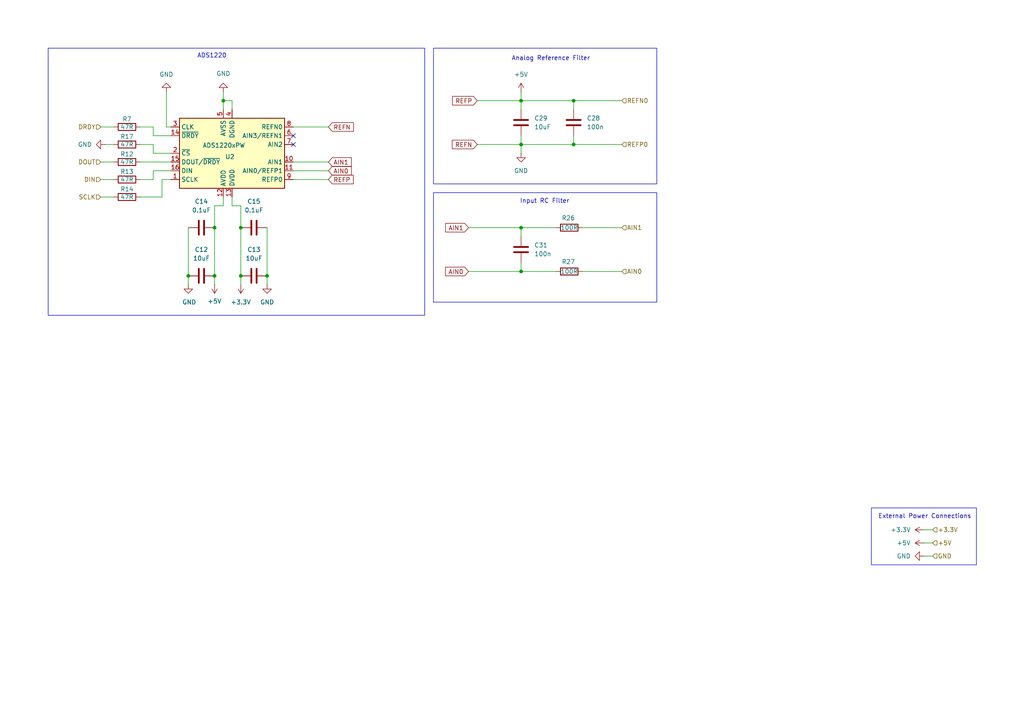
<source format=kicad_sch>
(kicad_sch (version 20231120) (generator "eeschema") (generator_version "8.0")
  (paper "A4")
  (lib_symbols
    (symbol "Analog_ADC:ADS1220xPW"
      (property "Reference" "U" (at -15.24 11.43 0))
      (property "Value" "ADS1220xPW" (at 6.35 11.43 0))
      (symbol "ADS1220xPW_0_1"
        (rectangle (start -15.24 10.16) (end 15.24 -10.16) (stroke (width 0.254)) (fill (type background)))
      )
      (symbol "ADS1220xPW_1_1"
        (pin input line (at 17.78 7.62 180) (length 2.54) (name "SCLK") (number "1"))
        (pin input line (at -17.78 2.54 0) (length 2.54) (name "AIN1") (number "10"))
        (pin input line (at -17.78 5.08 0) (length 2.54) (name "AIN0/REFP1") (number "11"))
        (pin power_in line (at 2.54 12.7 270) (length 2.54) (name "AVDD") (number "12"))
        (pin power_in line (at 0 12.7 270) (length 2.54) (name "DVDD") (number "13"))
        (pin output line (at 17.78 -5.08 180) (length 2.54) (name "~{DRDY}") (number "14"))
        (pin output line (at 17.78 2.54 180) (length 2.54) (name "DOUT/~{DRDY}") (number "15"))
        (pin input line (at 17.78 5.08 180) (length 2.54) (name "DIN") (number "16"))
        (pin input line (at 17.78 0 180) (length 2.54) (name "~{CS}") (number "2"))
        (pin input line (at 17.78 -7.62 180) (length 2.54) (name "CLK") (number "3"))
        (pin power_in line (at 0 -12.7 90) (length 2.54) (name "DGND") (number "4"))
        (pin power_in line (at 2.54 -12.7 90) (length 2.54) (name "AVSS") (number "5"))
        (pin input line (at -17.78 -5.08 0) (length 2.54) (name "AIN3/REFN1") (number "6"))
        (pin input line (at -17.78 -2.54 0) (length 2.54) (name "AIN2") (number "7"))
        (pin input line (at -17.78 -7.62 0) (length 2.54) (name "REFN0") (number "8"))
        (pin input line (at -17.78 7.62 0) (length 2.54) (name "REFP0") (number "9"))
      )
    )
    (symbol "Device:C" (pin_numbers hide) (pin_names (offset 0.254))
      (property "Reference" "C" (at 0.635 2.54 0))
      (property "Value" "C" (at 0.635 -2.54 0))
      (symbol "C_0_1"
        (polyline (pts (xy -2.032 -0.762) (xy 2.032 -0.762)) (stroke (width 0.508)))
        (polyline (pts (xy -2.032 0.762) (xy 2.032 0.762)) (stroke (width 0.508)))
      )
      (symbol "C_1_1"
        (pin passive line (at 0 3.81 270) (length 2.794) (name "~") (number "1"))
        (pin passive line (at 0 -3.81 90) (length 2.794) (name "~") (number "2"))
      )
    )
    (symbol "Device:R" (pin_numbers hide) (pin_names (offset 0))
      (property "Reference" "R" (at 2.032 0 90))
      (property "Value" "R" (at 0 0 90))
      (symbol "R_0_1"
        (rectangle (start -1.016 -2.54) (end 1.016 2.54) (stroke (width 0.254)))
      )
      (symbol "R_1_1"
        (pin passive line (at 0 3.81 270) (length 1.27) (name "~") (number "1"))
        (pin passive line (at 0 -3.81 90) (length 1.27) (name "~") (number "2"))
      )
    )
    (symbol "power:+5V" (power) (pin_numbers hide) (pin_names (offset 0) hide)
      (property "Value" "+5V" (at 0 3.556 0))
      (symbol "+5V_0_1"
        (polyline (pts (xy -0.762 1.27) (xy 0 2.54)))
        (polyline (pts (xy 0 0) (xy 0 2.54)))
        (polyline (pts (xy 0 2.54) (xy 0.762 1.27)))
      )
      (symbol "+5V_1_1"
        (pin power_in line (at 0 0 90) (length 0) (name "~") (number "1"))
      )
    )
    (symbol "power:GND" (power) (pin_numbers hide) (pin_names (offset 0) hide)
      (property "Value" "GND" (at 0 -3.81 0))
      (symbol "GND_0_1"
        (polyline (pts (xy 0 0) (xy 0 -1.27) (xy 1.27 -1.27) (xy 0 -2.54) (xy -1.27 -1.27) (xy 0 -1.27)))
      )
      (symbol "GND_1_1"
        (pin power_in line (at 0 0 270) (length 0) (name "~") (number "1"))
      )
    )
  )
  (junction (at 166.37 41.91))
  (junction (at 151.13 41.91))
  (junction (at 62.23 80.01))
  (junction (at 77.47 80.01))
  (junction (at 54.61 80.01))
  (junction (at 166.37 29.21))
  (junction (at 151.13 29.21))
  (junction (at 69.85 66.04))
  (junction (at 151.13 66.04))
  (junction (at 62.23 66.04))
  (junction (at 64.77 29.21))
  (junction (at 151.13 78.74))
  (junction (at 69.85 80.01))
  (no_connect (at 85.09 39.37))
  (no_connect (at 85.09 41.91))
  (wire (pts (xy 95.25 46.99) (xy 85.09 46.99)))
  (wire (pts (xy 151.13 66.04) (xy 161.29 66.04)))
  (wire (pts (xy 67.31 29.21) (xy 67.31 31.75)))
  (wire (pts (xy 30.48 41.91) (xy 33.02 41.91)))
  (wire (pts (xy 166.37 39.37) (xy 166.37 41.91)))
  (wire (pts (xy 85.09 52.07) (xy 95.25 52.07)))
  (wire (pts (xy 85.09 36.83) (xy 95.25 36.83)))
  (wire (pts (xy 40.64 52.07) (xy 44.45 52.07)))
  (wire (pts (xy 40.64 46.99) (xy 49.53 46.99)))
  (wire (pts (xy 29.21 46.99) (xy 33.02 46.99)))
  (wire (pts (xy 67.31 29.21) (xy 64.77 29.21)))
  (wire (pts (xy 270.51 157.48) (xy 267.97 157.48)))
  (wire (pts (xy 138.43 41.91) (xy 151.13 41.91)))
  (wire (pts (xy 168.91 66.04) (xy 180.34 66.04)))
  (wire (pts (xy 267.97 153.67) (xy 270.51 153.67)))
  (wire (pts (xy 69.85 59.69) (xy 69.85 66.04)))
  (wire (pts (xy 151.13 78.74) (xy 161.29 78.74)))
  (wire (pts (xy 151.13 41.91) (xy 166.37 41.91)))
  (wire (pts (xy 69.85 59.69) (xy 67.31 59.69)))
  (wire (pts (xy 77.47 82.55) (xy 77.47 80.01)))
  (wire (pts (xy 151.13 76.2) (xy 151.13 78.74)))
  (wire (pts (xy 62.23 66.04) (xy 62.23 80.01)))
  (wire (pts (xy 168.91 78.74) (xy 180.34 78.74)))
  (wire (pts (xy 270.51 161.29) (xy 267.97 161.29)))
  (wire (pts (xy 40.64 41.91) (xy 44.45 41.91)))
  (wire (pts (xy 151.13 66.04) (xy 151.13 68.58)))
  (wire (pts (xy 64.77 29.21) (xy 64.77 31.75)))
  (wire (pts (xy 54.61 66.04) (xy 54.61 80.01)))
  (wire (pts (xy 135.89 78.74) (xy 151.13 78.74)))
  (wire (pts (xy 29.21 52.07) (xy 33.02 52.07)))
  (wire (pts (xy 48.26 36.83) (xy 49.53 36.83)))
  (wire (pts (xy 151.13 29.21) (xy 151.13 31.75)))
  (wire (pts (xy 44.45 36.83) (xy 44.45 39.37)))
  (wire (pts (xy 138.43 29.21) (xy 151.13 29.21)))
  (wire (pts (xy 135.89 66.04) (xy 151.13 66.04)))
  (wire (pts (xy 62.23 59.69) (xy 64.77 59.69)))
  (wire (pts (xy 151.13 39.37) (xy 151.13 41.91)))
  (wire (pts (xy 48.26 26.67) (xy 48.26 36.83)))
  (wire (pts (xy 44.45 41.91) (xy 44.45 44.45)))
  (wire (pts (xy 67.31 59.69) (xy 67.31 57.15)))
  (wire (pts (xy 166.37 29.21) (xy 180.34 29.21)))
  (wire (pts (xy 166.37 29.21) (xy 166.37 31.75)))
  (wire (pts (xy 151.13 29.21) (xy 166.37 29.21)))
  (wire (pts (xy 44.45 39.37) (xy 49.53 39.37)))
  (wire (pts (xy 44.45 36.83) (xy 40.64 36.83)))
  (wire (pts (xy 95.25 49.53) (xy 85.09 49.53)))
  (wire (pts (xy 69.85 82.55) (xy 69.85 80.01)))
  (wire (pts (xy 29.21 57.15) (xy 33.02 57.15)))
  (wire (pts (xy 54.61 82.55) (xy 54.61 80.01)))
  (wire (pts (xy 44.45 44.45) (xy 49.53 44.45)))
  (wire (pts (xy 62.23 59.69) (xy 62.23 66.04)))
  (wire (pts (xy 46.99 52.07) (xy 46.99 57.15)))
  (wire (pts (xy 64.77 26.67) (xy 64.77 29.21)))
  (wire (pts (xy 166.37 41.91) (xy 180.34 41.91)))
  (wire (pts (xy 151.13 44.45) (xy 151.13 41.91)))
  (wire (pts (xy 77.47 66.04) (xy 77.47 80.01)))
  (wire (pts (xy 44.45 49.53) (xy 49.53 49.53)))
  (wire (pts (xy 62.23 82.55) (xy 62.23 80.01)))
  (wire (pts (xy 33.02 36.83) (xy 29.21 36.83)))
  (wire (pts (xy 151.13 26.67) (xy 151.13 29.21)))
  (wire (pts (xy 40.64 57.15) (xy 46.99 57.15)))
  (wire (pts (xy 69.85 66.04) (xy 69.85 80.01)))
  (wire (pts (xy 44.45 52.07) (xy 44.45 49.53)))
  (wire (pts (xy 64.77 59.69) (xy 64.77 57.15)))
  (wire (pts (xy 46.99 52.07) (xy 49.53 52.07)))
  (rectangle (start 252.73 147.32) (end 283.21 163.83))
  (rectangle (start 125.73 55.88) (end 190.5 87.63))
  (rectangle (start 13.97 13.97) (end 123.19 91.44))
  (rectangle (start 125.73 13.97) (end 190.5 53.34))
  (text "ADS1220" (at 61.468 16.256 0) (effects (font (size 1.27 1.27))))
  (text "Analog Reference Filter" (at 159.766 17.018 0) (effects (font (size 1.27 1.27))))
  (text "Input RC Filter" (at 157.988 58.42 0) (effects (font (size 1.27 1.27))))
  (text "External Power Connections" (at 268.224 149.86 0) (effects (font (size 1.27 1.27))))
  (global_label "AIN0" (shape input) (at 95.25 49.53 0) (property "Intersheetrefs" "${INTERSHEET_REFS}" (effects (hide yes))))
  (global_label "REFP" (shape input) (at 95.25 52.07 0) (property "Intersheetrefs" "${INTERSHEET_REFS}" (effects (hide yes))))
  (global_label "REFN" (shape input) (at 138.43 41.91 180) (property "Intersheetrefs" "${INTERSHEET_REFS}" (effects (hide yes))))
  (global_label "AIN1" (shape input) (at 95.25 46.99 0) (property "Intersheetrefs" "${INTERSHEET_REFS}" (effects (hide yes))))
  (global_label "REFN" (shape input) (at 95.25 36.83 0) (property "Intersheetrefs" "${INTERSHEET_REFS}" (effects (hide yes))))
  (global_label "AIN0" (shape input) (at 135.89 78.74 180) (property "Intersheetrefs" "${INTERSHEET_REFS}" (effects (hide yes))))
  (global_label "REFP" (shape input) (at 138.43 29.21 180) (property "Intersheetrefs" "${INTERSHEET_REFS}" (effects (hide yes))))
  (global_label "AIN1" (shape input) (at 135.89 66.04 180) (property "Intersheetrefs" "${INTERSHEET_REFS}" (effects (hide yes))))
  (hierarchical_label "REFP0" (shape input) (at 180.34 41.91 0))
  (hierarchical_label "SCLK" (shape input) (at 29.21 57.15 180))
  (hierarchical_label "REFN0" (shape input) (at 180.34 29.21 0))
  (hierarchical_label "+5V" (shape input) (at 270.51 157.48 0))
  (hierarchical_label "DOUT" (shape input) (at 29.21 46.99 180))
  (hierarchical_label "+3.3V" (shape input) (at 270.51 153.67 0))
  (hierarchical_label "AIN1" (shape input) (at 180.34 66.04 0))
  (hierarchical_label "AIN0" (shape input) (at 180.34 78.74 0))
  (hierarchical_label "DIN" (shape input) (at 29.21 52.07 180))
  (hierarchical_label "DRDY" (shape input) (at 29.21 36.83 180))
  (hierarchical_label "GND" (shape input) (at 270.51 161.29 0))
  (symbol (lib_id "power:GND") (at 77.47 82.55 0) (unit 1)
    (property "Reference" "#PWR052" (effects (hide yes)))
    (property "Value" "GND" (at 77.47 87.63 0))
    (property "Description" "Power symbol creates a global label with name \"GND\" , ground" (effects (hide yes)))
  )
  (symbol (lib_id "Device:C") (at 151.13 35.56 0) (unit 1)
    (property "Reference" "C29" (at 154.94 34.2899 0) (effects (justify left)))
    (property "Value" "10uF" (at 154.94 36.8299 0) (effects (justify left)))
    (property "Footprint" "Capacitor_SMD:C_0805_2012Metric_Pad1.18x1.45mm_HandSolder" (effects (hide yes)))
    (property "Description" "Unpolarized capacitor" (effects (hide yes)))
  )
  (symbol (lib_id "power:GND") (at 54.61 82.55 0) (unit 1)
    (property "Reference" "#PWR053" (effects (hide yes)))
    (property "Value" "GND" (at 52.832 87.63 0) (effects (justify left)))
    (property "Description" "Power symbol creates a global label with name \"GND\" , ground" (effects (hide yes)))
  )
  (symbol (lib_id "Device:R") (at 36.83 52.07 90) (unit 1)
    (property "Reference" "R13" (at 36.83 49.784 90))
    (property "Value" "47R" (at 36.83 52.07 90))
    (property "Footprint" "Resistor_SMD:R_0805_2012Metric_Pad1.20x1.40mm_HandSolder" (effects (hide yes)))
    (property "Description" "Resistor" (effects (hide yes)))
  )
  (symbol (lib_id "power:GND") (at 267.97 161.29 270) (unit 1)
    (property "Reference" "#PWR048" (effects (hide yes)))
    (property "Value" "GND" (at 264.16 161.2899 90) (effects (justify right)))
    (property "Description" "Power symbol creates a global label with name \"GND\" , ground" (effects (hide yes)))
  )
  (symbol (lib_id "Device:R") (at 165.1 66.04 90) (unit 1)
    (property "Reference" "R26" (at 164.846 63.246 90))
    (property "Value" "100R" (at 165.1 66.04 90))
    (property "Footprint" "Resistor_SMD:R_0805_2012Metric_Pad1.20x1.40mm_HandSolder" (effects (hide yes)))
    (property "Description" "Resistor" (effects (hide yes)))
  )
  (symbol (lib_id "power:+5V") (at 151.13 26.67 0) (unit 1)
    (property "Reference" "#PWR049" (effects (hide yes)))
    (property "Value" "+5V" (at 151.13 21.59 0))
    (property "Description" "Power symbol creates a global label with name \"+5V\"" (effects (hide yes)))
  )
  (symbol (lib_id "Device:C") (at 166.37 35.56 0) (unit 1)
    (property "Reference" "C28" (at 170.18 34.2899 0) (effects (justify left)))
    (property "Value" "100n" (at 170.18 36.8299 0) (effects (justify left)))
    (property "Footprint" "Capacitor_SMD:C_0805_2012Metric_Pad1.18x1.45mm_HandSolder" (effects (hide yes)))
    (property "Description" "Unpolarized capacitor" (effects (hide yes)))
  )
  (symbol (lib_id "power:GND") (at 48.26 26.67 180) (unit 1)
    (property "Reference" "#PWR056" (effects (hide yes)))
    (property "Value" "GND" (at 48.26 21.59 0))
    (property "Description" "Power symbol creates a global label with name \"GND\" , ground" (effects (hide yes)))
  )
  (symbol (lib_id "power:GND") (at 151.13 44.45 0) (unit 1)
    (property "Reference" "#PWR050" (effects (hide yes)))
    (property "Value" "GND" (at 151.13 49.53 0))
    (property "Description" "Power symbol creates a global label with name \"GND\" , ground" (effects (hide yes)))
  )
  (symbol (lib_id "power:+5V") (at 69.85 82.55 180) (unit 1)
    (property "Reference" "#PWR051" (effects (hide yes)))
    (property "Value" "+3.3V" (at 69.85 87.63 0))
    (property "Description" "Power symbol creates a global label with name \"+5V\"" (effects (hide yes)))
  )
  (symbol (lib_id "Device:C") (at 151.13 72.39 0) (unit 1)
    (property "Reference" "C31" (at 154.94 71.1199 0) (effects (justify left)))
    (property "Value" "100n" (at 154.94 73.6599 0) (effects (justify left)))
    (property "Footprint" "Capacitor_SMD:C_0805_2012Metric_Pad1.18x1.45mm_HandSolder" (effects (hide yes)))
    (property "Description" "Unpolarized capacitor" (effects (hide yes)))
  )
  (symbol (lib_id "Device:C") (at 73.66 66.04 90) (unit 1)
    (property "Reference" "C15" (at 73.66 58.42 90))
    (property "Value" "0.1uF" (at 73.66 60.96 90))
    (property "Footprint" "Capacitor_SMD:C_0805_2012Metric_Pad1.18x1.45mm_HandSolder" (effects (hide yes)))
    (property "Description" "Unpolarized capacitor" (effects (hide yes)))
  )
  (symbol (lib_id "Device:R") (at 36.83 41.91 90) (unit 1)
    (property "Reference" "R17" (at 36.83 39.624 90))
    (property "Value" "47R" (at 36.83 41.91 90))
    (property "Footprint" "Resistor_SMD:R_0805_2012Metric_Pad1.20x1.40mm_HandSolder" (effects (hide yes)))
    (property "Description" "Resistor" (effects (hide yes)))
  )
  (symbol (lib_id "power:GND") (at 30.48 41.91 270) (unit 1)
    (property "Reference" "#PWR059" (effects (hide yes)))
    (property "Value" "GND" (at 26.67 41.9099 90) (effects (justify right)))
    (property "Description" "Power symbol creates a global label with name \"GND\" , ground" (effects (hide yes)))
  )
  (symbol (lib_id "power:+5V") (at 62.23 82.55 180) (unit 1)
    (property "Reference" "#PWR054" (effects (hide yes)))
    (property "Value" "+5V" (at 62.23 87.376 0))
    (property "Description" "Power symbol creates a global label with name \"+5V\"" (effects (hide yes)))
  )
  (symbol (lib_id "Device:C") (at 58.42 66.04 90) (unit 1)
    (property "Reference" "C14" (at 58.42 58.42 90))
    (property "Value" "0.1uF" (at 58.42 60.96 90))
    (property "Footprint" "Capacitor_SMD:C_0805_2012Metric_Pad1.18x1.45mm_HandSolder" (effects (hide yes)))
    (property "Description" "Unpolarized capacitor" (effects (hide yes)))
  )
  (symbol (lib_id "power:+5V") (at 267.97 157.48 90) (unit 1)
    (property "Reference" "#PWR047" (effects (hide yes)))
    (property "Value" "+5V" (at 264.16 157.4799 90) (effects (justify left)))
    (property "Description" "Power symbol creates a global label with name \"+5V\"" (effects (hide yes)))
  )
  (symbol (lib_id "Device:R") (at 36.83 36.83 90) (unit 1)
    (property "Reference" "R7" (at 36.83 34.544 90))
    (property "Value" "47R" (at 36.83 36.83 90))
    (property "Footprint" "Resistor_SMD:R_0805_2012Metric_Pad1.20x1.40mm_HandSolder" (effects (hide yes)))
    (property "Description" "Resistor" (effects (hide yes)))
  )
  (symbol (lib_id "Device:R") (at 36.83 57.15 90) (unit 1)
    (property "Reference" "R14" (at 36.83 54.864 90))
    (property "Value" "47R" (at 36.83 57.15 90))
    (property "Footprint" "Resistor_SMD:R_0805_2012Metric_Pad1.20x1.40mm_HandSolder" (effects (hide yes)))
    (property "Description" "Resistor" (effects (hide yes)))
  )
  (symbol (lib_id "Device:C") (at 73.66 80.01 90) (unit 1)
    (property "Reference" "C13" (at 73.66 72.39 90))
    (property "Value" "10uF" (at 73.66 74.93 90))
    (property "Footprint" "Capacitor_SMD:C_0805_2012Metric_Pad1.18x1.45mm_HandSolder" (effects (hide yes)))
    (property "Description" "Unpolarized capacitor" (effects (hide yes)))
  )
  (symbol (lib_id "power:GND") (at 64.77 26.67 180) (unit 1)
    (property "Reference" "#PWR055" (effects (hide yes)))
    (property "Value" "GND" (at 62.738 21.336 0) (effects (justify right)))
    (property "Description" "Power symbol creates a global label with name \"GND\" , ground" (effects (hide yes)))
  )
  (symbol (lib_id "Device:C") (at 58.42 80.01 90) (unit 1)
    (property "Reference" "C12" (at 58.42 72.39 90))
    (property "Value" "10uF" (at 58.42 74.93 90))
    (property "Footprint" "Capacitor_SMD:C_0805_2012Metric_Pad1.18x1.45mm_HandSolder" (effects (hide yes)))
    (property "Description" "Unpolarized capacitor" (effects (hide yes)))
  )
  (symbol (lib_id "Device:R") (at 36.83 46.99 90) (unit 1)
    (property "Reference" "R12" (at 36.83 44.704 90))
    (property "Value" "47R" (at 36.83 46.99 90))
    (property "Footprint" "Resistor_SMD:R_0805_2012Metric_Pad1.20x1.40mm_HandSolder" (effects (hide yes)))
    (property "Description" "Resistor" (effects (hide yes)))
  )
  (symbol (lib_id "power:+5V") (at 267.97 153.67 90) (unit 1)
    (property "Reference" "#PWR057" (effects (hide yes)))
    (property "Value" "+3.3V" (at 264.16 153.6699 90) (effects (justify left)))
    (property "Description" "Power symbol creates a global label with name \"+5V\"" (effects (hide yes)))
  )
  (symbol (lib_id "Analog_ADC:ADS1220xPW") (at 67.31 44.45 180) (unit 1)
    (property "Reference" "U2" (at 68.072 45.466 0) (effects (justify left)))
    (property "Value" "ADS1220xPW" (at 71.12 42.164 0) (effects (justify left)))
    (property "Footprint" "Package_SO:TSSOP-16_4.4x5mm_P0.65mm" (effects (hide yes)))
    (property "Datasheet" "http://www.ti.com/lit/ds/symlink/ads1220.pdf" (effects (hide yes)))
    (property "Description" "Low-power, quad-input, 24-bit analog to digital converter, integrated temperature sensor, SPI interface, TSSOP-16 package" (effects (hide yes)))
  )
  (symbol (lib_id "Device:R") (at 165.1 78.74 90) (unit 1)
    (property "Reference" "R27" (at 164.846 75.946 90))
    (property "Value" "100R" (at 165.1 78.74 90))
    (property "Footprint" "Resistor_SMD:R_0805_2012Metric_Pad1.20x1.40mm_HandSolder" (effects (hide yes)))
    (property "Description" "Resistor" (effects (hide yes)))
  )
)
</source>
